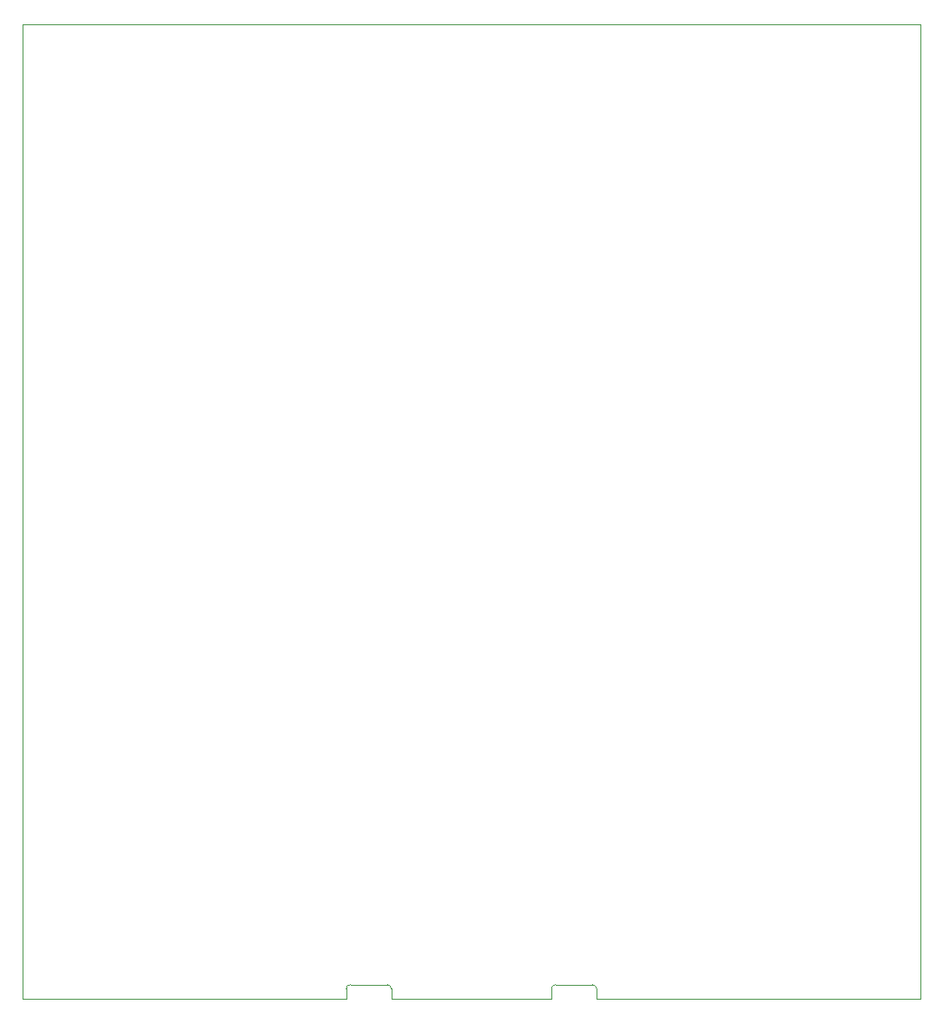
<source format=gbr>
%TF.GenerationSoftware,KiCad,Pcbnew,8.0.7*%
%TF.CreationDate,2025-02-02T12:47:19+00:00*%
%TF.ProjectId,PicoMIDITouchBoard,5069636f-4d49-4444-9954-6f756368426f,rev?*%
%TF.SameCoordinates,Original*%
%TF.FileFunction,Profile,NP*%
%FSLAX46Y46*%
G04 Gerber Fmt 4.6, Leading zero omitted, Abs format (unit mm)*
G04 Created by KiCad (PCBNEW 8.0.7) date 2025-02-02 12:47:19*
%MOMM*%
%LPD*%
G01*
G04 APERTURE LIST*
%TA.AperFunction,Profile*%
%ADD10C,0.050000*%
%TD*%
%TA.AperFunction,Profile*%
%ADD11C,0.120000*%
%TD*%
G04 APERTURE END LIST*
D10*
X137250000Y-49750000D02*
X137250000Y-144750000D01*
X49750000Y-144750000D02*
X49750000Y-49750000D01*
X110000000Y-144750000D02*
X137250000Y-144750000D01*
X49750000Y-49750000D02*
X137250000Y-49750000D01*
X49750000Y-144750000D02*
X77000000Y-144750000D01*
X90000000Y-144750000D02*
X97000000Y-144750000D01*
D11*
%TO.C,J1*%
X81300000Y-143750000D02*
X81300000Y-144750000D01*
X81300000Y-144750000D02*
X77000000Y-144750000D01*
X85300000Y-143350000D02*
X81700000Y-143350000D01*
X85700000Y-143750000D02*
X85700000Y-144750000D01*
X85700000Y-144750000D02*
X90000000Y-144750000D01*
X81300000Y-143750000D02*
G75*
G02*
X81700000Y-143350000I400002J-2D01*
G01*
X85300000Y-143350000D02*
G75*
G02*
X85700000Y-143750000I0J-400000D01*
G01*
%TO.C,J2*%
X101300000Y-143750000D02*
X101300000Y-144750000D01*
X101300000Y-144750000D02*
X97000000Y-144750000D01*
X105300000Y-143350000D02*
X101700000Y-143350000D01*
X105700000Y-143750000D02*
X105700000Y-144750000D01*
X105700000Y-144750000D02*
X110000000Y-144750000D01*
X101300000Y-143750000D02*
G75*
G02*
X101700000Y-143350000I400002J-2D01*
G01*
X105300000Y-143350000D02*
G75*
G02*
X105700000Y-143750000I0J-400000D01*
G01*
%TD*%
M02*

</source>
